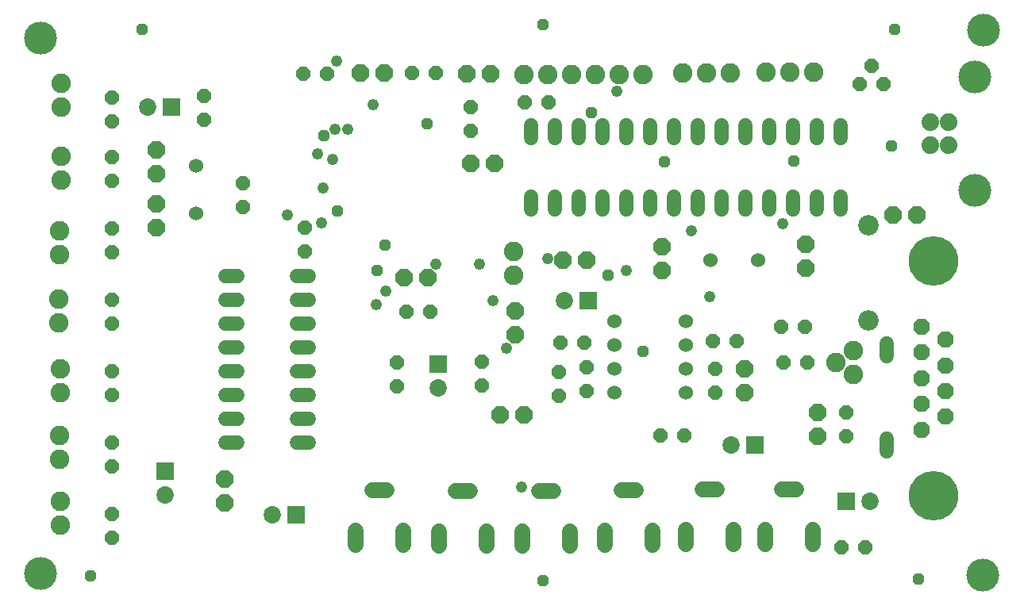
<source format=gbs>
G75*
G70*
%OFA0B0*%
%FSLAX24Y24*%
%IPPOS*%
%LPD*%
%AMOC8*
5,1,8,0,0,1.08239X$1,22.5*
%
%ADD10C,0.0600*%
%ADD11C,0.0820*%
%ADD12C,0.0740*%
%ADD13C,0.1380*%
%ADD14R,0.0730X0.0730*%
%ADD15C,0.0730*%
%ADD16C,0.0600*%
%ADD17C,0.0860*%
%ADD18OC8,0.0600*%
%ADD19OC8,0.0710*%
%ADD20C,0.0680*%
%ADD21OC8,0.0680*%
%ADD22C,0.2080*%
%ADD23C,0.0480*%
%ADD24OC8,0.0476*%
%ADD25C,0.0476*%
D10*
X009431Y007272D02*
X009951Y007272D01*
X009951Y008272D02*
X009431Y008272D01*
X009431Y009272D02*
X009951Y009272D01*
X009951Y010272D02*
X009431Y010272D01*
X009431Y011272D02*
X009951Y011272D01*
X009951Y012272D02*
X009431Y012272D01*
X009431Y013272D02*
X009951Y013272D01*
X009951Y014272D02*
X009431Y014272D01*
X012431Y014272D02*
X012951Y014272D01*
X012951Y013272D02*
X012431Y013272D01*
X012431Y012272D02*
X012951Y012272D01*
X012951Y011272D02*
X012431Y011272D01*
X012431Y010272D02*
X012951Y010272D01*
X012951Y009272D02*
X012431Y009272D01*
X012431Y008272D02*
X012951Y008272D01*
X012951Y007272D02*
X012431Y007272D01*
X022262Y017067D02*
X022262Y017587D01*
X023262Y017587D02*
X023262Y017067D01*
X024262Y017067D02*
X024262Y017587D01*
X025262Y017587D02*
X025262Y017067D01*
X026262Y017067D02*
X026262Y017587D01*
X027262Y017587D02*
X027262Y017067D01*
X028262Y017067D02*
X028262Y017587D01*
X029262Y017587D02*
X029262Y017067D01*
X030262Y017067D02*
X030262Y017587D01*
X031262Y017587D02*
X031262Y017067D01*
X032262Y017067D02*
X032262Y017587D01*
X033262Y017587D02*
X033262Y017067D01*
X034262Y017067D02*
X034262Y017587D01*
X035262Y017587D02*
X035262Y017067D01*
X035262Y020067D02*
X035262Y020587D01*
X034262Y020587D02*
X034262Y020067D01*
X033262Y020067D02*
X033262Y020587D01*
X032262Y020587D02*
X032262Y020067D01*
X031262Y020067D02*
X031262Y020587D01*
X030262Y020587D02*
X030262Y020067D01*
X029262Y020067D02*
X029262Y020587D01*
X028262Y020587D02*
X028262Y020067D01*
X027262Y020067D02*
X027262Y020587D01*
X026262Y020587D02*
X026262Y020067D01*
X025262Y020067D02*
X025262Y020587D01*
X024262Y020587D02*
X024262Y020067D01*
X023262Y020067D02*
X023262Y020587D01*
X022262Y020587D02*
X022262Y020067D01*
X037199Y011430D02*
X037199Y010910D01*
X037199Y007430D02*
X037199Y006910D01*
D11*
X035825Y010119D03*
X035075Y010619D03*
X035825Y011119D03*
X021546Y014288D03*
X021546Y015288D03*
X021987Y022725D03*
X022987Y022725D03*
X023987Y022725D03*
X024987Y022725D03*
X025987Y022725D03*
X026987Y022725D03*
X028632Y022804D03*
X029632Y022804D03*
X030632Y022804D03*
X032160Y022843D03*
X033160Y022843D03*
X034160Y022843D03*
X002537Y022373D03*
X002537Y021373D03*
X002550Y019284D03*
X002550Y018284D03*
X002487Y016158D03*
X002487Y015158D03*
X002455Y013300D03*
X002455Y012300D03*
X002526Y010347D03*
X002526Y009347D03*
X002479Y007552D03*
X002479Y006552D03*
X002511Y004810D03*
X002511Y003810D03*
D12*
X039045Y019752D03*
X039825Y019752D03*
X039825Y020737D03*
X039045Y020737D03*
D13*
X001691Y001772D03*
X040895Y017875D03*
X040895Y022615D03*
X041274Y024587D03*
X001691Y024272D03*
X041235Y001693D03*
D14*
X035516Y004809D03*
X031689Y007171D03*
X024668Y013225D03*
X018382Y010558D03*
X012422Y004234D03*
X006922Y006047D03*
X007176Y021367D03*
D15*
X006176Y021367D03*
X023668Y013225D03*
X018382Y009558D03*
X011422Y004234D03*
X006922Y005047D03*
X030689Y007171D03*
X036516Y004809D03*
D16*
X028766Y009367D03*
X028766Y010367D03*
X028766Y011367D03*
X028766Y012367D03*
X025766Y012367D03*
X025766Y011367D03*
X025766Y010367D03*
X025766Y009367D03*
X029802Y014945D03*
X031802Y014945D03*
X008215Y016898D03*
X008215Y018898D03*
D17*
X036456Y016397D03*
X036456Y012397D03*
D18*
X033762Y012123D03*
X032762Y012123D03*
X030922Y011518D03*
X029922Y011518D03*
X030003Y010367D03*
X030003Y009367D03*
X032880Y010626D03*
X033880Y010626D03*
X035506Y008528D03*
X035506Y007528D03*
X028698Y007565D03*
X027698Y007565D03*
X024609Y009434D03*
X023459Y009221D03*
X023459Y010221D03*
X024609Y010434D03*
X024510Y011453D03*
X023510Y011453D03*
X020212Y010648D03*
X020212Y009648D03*
X016633Y009635D03*
X016633Y010635D03*
X017059Y012770D03*
X018059Y012770D03*
X012780Y015287D03*
X012780Y016287D03*
X010180Y017162D03*
X010180Y018162D03*
X008530Y020830D03*
X008530Y021830D03*
X004691Y021772D03*
X004691Y020772D03*
X004691Y019272D03*
X004691Y018272D03*
X004691Y016272D03*
X004691Y015272D03*
X004691Y013272D03*
X004691Y012272D03*
X004691Y010272D03*
X004691Y009272D03*
X004691Y007272D03*
X004691Y006272D03*
X004691Y004272D03*
X004691Y003272D03*
X035321Y002871D03*
X036321Y002871D03*
X019739Y020367D03*
X019739Y021367D03*
X018266Y022800D03*
X017266Y022800D03*
X013699Y022760D03*
X012699Y022760D03*
X022026Y021579D03*
X023026Y021579D03*
X036081Y022343D03*
X037081Y022343D03*
X036581Y023093D03*
D19*
X037463Y016840D03*
X038463Y016840D03*
X033820Y015580D03*
X033820Y014580D03*
X027772Y014501D03*
X027772Y015501D03*
X024605Y014945D03*
X023605Y014945D03*
X021609Y012780D03*
X021609Y011780D03*
X017952Y014204D03*
X016952Y014204D03*
X019729Y018993D03*
X020729Y018993D03*
X020566Y022764D03*
X019566Y022764D03*
X016125Y022804D03*
X015125Y022804D03*
X006534Y019548D03*
X006534Y018548D03*
X006534Y017296D03*
X006534Y016296D03*
X020971Y008434D03*
X021971Y008434D03*
X031239Y009367D03*
X031239Y010367D03*
X034296Y008541D03*
X034296Y007541D03*
X009396Y005724D03*
X009396Y004724D03*
D20*
X014920Y003556D02*
X014920Y002956D01*
X016920Y002956D02*
X016920Y003556D01*
X018420Y003517D02*
X018420Y002917D01*
X020420Y002917D02*
X020420Y003517D01*
X021920Y003517D02*
X021920Y002917D01*
X023920Y002917D02*
X023920Y003517D01*
X025380Y003556D02*
X025380Y002956D01*
X027380Y002956D02*
X027380Y003556D01*
X028762Y003596D02*
X028762Y002996D01*
X030762Y002996D02*
X030762Y003596D01*
X032105Y003596D02*
X032105Y002996D01*
X034105Y002996D02*
X034105Y003596D01*
X033405Y005296D02*
X032805Y005296D01*
X030062Y005296D02*
X029462Y005296D01*
X026680Y005256D02*
X026080Y005256D01*
X023220Y005217D02*
X022620Y005217D01*
X019720Y005217D02*
X019120Y005217D01*
X016220Y005256D02*
X015620Y005256D01*
D21*
X038668Y007809D03*
X039668Y008349D03*
X038668Y008889D03*
X039668Y009429D03*
X038668Y009969D03*
X039668Y010509D03*
X038668Y011049D03*
X039668Y011589D03*
X038668Y012129D03*
D22*
X039168Y014899D03*
X039168Y005039D03*
D23*
X029791Y013392D03*
X026271Y014512D03*
X022991Y014992D03*
X020111Y014752D03*
X018271Y014752D03*
X016191Y013632D03*
X015791Y013072D03*
X020671Y013232D03*
X021231Y011232D03*
X013471Y016512D03*
X012031Y016832D03*
X013551Y017952D03*
X013951Y019152D03*
X013311Y019392D03*
X014031Y020432D03*
X014591Y020432D03*
X015631Y021472D03*
X014111Y023312D03*
X025871Y022032D03*
X032857Y016464D03*
X021871Y005392D03*
D24*
X022790Y001453D03*
X038538Y001532D03*
X026963Y011099D03*
X025506Y014288D03*
X027869Y019052D03*
X024798Y021138D03*
X022790Y024839D03*
X017908Y020666D03*
X013577Y020154D03*
X014129Y017004D03*
X016136Y015548D03*
X015821Y014485D03*
X033302Y019091D03*
X037396Y019721D03*
X037554Y024642D03*
X005940Y024642D03*
X003774Y001650D03*
D25*
X029023Y016178D03*
M02*

</source>
